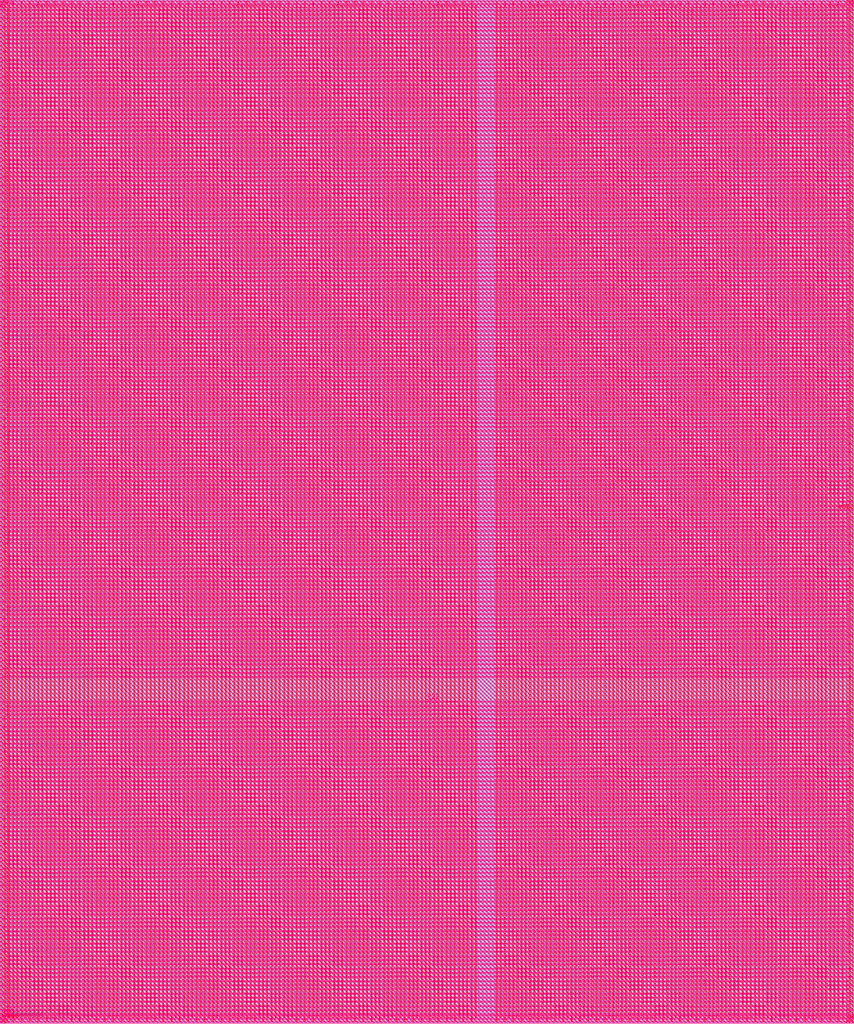
<source format=lef>
###############################################################
#  Generated by:      Cadence Innovus 21.16-s078_1
#  OS:                Linux x86_64(Host ID r7cad-generic)
#  Generated on:      Sun Jun  2 17:44:32 2024
#  Design:            Pathtracer
#  Command:           write_lef_abstract -specifyTopLayer 6 -PGPinLayers {5 6} -noCutObs -stripePin results/Pathtracer.lef
###############################################################

VERSION 5.8 ;

BUSBITCHARS "[]" ;
DIVIDERCHAR "/" ;

MACRO Pathtracer
  CLASS BLOCK ;
  SIZE 2787.140000 BY 3340.160000 ;
  FOREIGN Pathtracer 0.000000 0.000000 ;
  ORIGIN 0 0 ;
  SYMMETRY X Y R90 ;
  PIN clk
    DIRECTION INPUT ;
    USE SIGNAL ;
    ANTENNAPARTIALMETALAREA 8.9964 LAYER met3  ;
    ANTENNAPARTIALMETALSIDEAREA 47.976 LAYER met3  ;
    ANTENNAMODEL OXIDE1 ;
    ANTENNAGATEAREA 0.576 LAYER met3  ;
    ANTENNAMAXAREACAR 17.1122 LAYER met3  ;
    ANTENNAMAXSIDEAREACAR 88.5634 LAYER met3  ;
    ANTENNAMAXCUTCAR 0.158681 LAYER via3  ;
    PORT
      LAYER met3 ;
        RECT 0.000000 1558.460000 0.800000 1558.760000 ;
    END
  END clk
  PIN arst_n
    DIRECTION INPUT ;
    USE SIGNAL ;
    ANTENNAPARTIALMETALAREA 8.8104 LAYER met3  ;
    ANTENNAPARTIALMETALSIDEAREA 46.984 LAYER met3  ;
    ANTENNAMODEL OXIDE1 ;
    ANTENNAGATEAREA 0.495 LAYER met3  ;
    ANTENNAMAXAREACAR 26.7883 LAYER met3  ;
    ANTENNAMAXSIDEAREACAR 138.764 LAYER met3  ;
    ANTENNAMAXCUTCAR 0.184646 LAYER via3  ;
    PORT
      LAYER met3 ;
        RECT 0.000000 3339.660000 0.800000 3339.960000 ;
    END
  END arst_n
  PIN inputChannel_rsc_dat[11]
    DIRECTION INPUT ;
    USE SIGNAL ;
    ANTENNAPARTIALMETALAREA 14.5426 LAYER met3  ;
    ANTENNAPARTIALMETALSIDEAREA 77.552 LAYER met3  ;
    ANTENNAPARTIALCUTAREA 0.04 LAYER via3  ;
    ANTENNAPARTIALMETALAREA 13.5838 LAYER met4  ;
    ANTENNAPARTIALMETALSIDEAREA 68.792 LAYER met4  ;
    ANTENNAPARTIALCUTAREA 0.64 LAYER via4  ;
    ANTENNADIFFAREA 0.4347 LAYER met5  ;
    ANTENNAPARTIALMETALAREA 85.36 LAYER met5  ;
    ANTENNAPARTIALMETALSIDEAREA 131.88 LAYER met5  ;
    ANTENNAMODEL OXIDE1 ;
    ANTENNAGATEAREA 0.2475 LAYER met5  ;
    ANTENNAMAXAREACAR 426.249 LAYER met5  ;
    ANTENNAMAXSIDEAREACAR 940.113 LAYER met5  ;
    PORT
      LAYER met3 ;
        RECT 0.000000 445.210000 0.800000 445.510000 ;
    END
  END inputChannel_rsc_dat[11]
  PIN inputChannel_rsc_dat[10]
    DIRECTION INPUT ;
    USE SIGNAL ;
    ANTENNAPARTIALMETALAREA 25.5874 LAYER met3  ;
    ANTENNAPARTIALMETALSIDEAREA 136.928 LAYER met3  ;
    ANTENNAPARTIALCUTAREA 0.04 LAYER via3  ;
    ANTENNAPARTIALMETALAREA 0.6516 LAYER met4  ;
    ANTENNAPARTIALMETALSIDEAREA 4.416 LAYER met4  ;
    ANTENNAMODEL OXIDE1 ;
    ANTENNAGATEAREA 0.2475 LAYER met4  ;
    ANTENNAMAXAREACAR 21.1174 LAYER met4  ;
    ANTENNAMAXSIDEAREACAR 109.038 LAYER met4  ;
    ANTENNAMAXCUTCAR 0.530909 LAYER via4  ;
    PORT
      LAYER met3 ;
        RECT 0.000000 667.860000 0.800000 668.160000 ;
    END
  END inputChannel_rsc_dat[10]
  PIN inputChannel_rsc_dat[9]
    DIRECTION INPUT ;
    USE SIGNAL ;
    ANTENNAPARTIALMETALAREA 22.3684 LAYER met3  ;
    ANTENNAPARTIALMETALSIDEAREA 119.76 LAYER met3  ;
    ANTENNAPARTIALCUTAREA 0.04 LAYER via3  ;
    ANTENNAPARTIALMETALAREA 0.6516 LAYER met4  ;
    ANTENNAPARTIALMETALSIDEAREA 4.416 LAYER met4  ;
    ANTENNAMODEL OXIDE1 ;
    ANTENNAGATEAREA 0.2475 LAYER met4  ;
    ANTENNAMAXAREACAR 29.9465 LAYER met4  ;
    ANTENNAMAXSIDEAREACAR 152.501 LAYER met4  ;
    ANTENNAMAXCUTCAR 0.530909 LAYER via4  ;
    PORT
      LAYER met3 ;
        RECT 0.000000 890.510000 0.800000 890.810000 ;
    END
  END inputChannel_rsc_dat[9]
  PIN inputChannel_rsc_dat[8]
    DIRECTION INPUT ;
    USE SIGNAL ;
    ANTENNAPARTIALMETALAREA 7.5334 LAYER met3  ;
    ANTENNAPARTIALMETALSIDEAREA 40.64 LAYER met3  ;
    ANTENNAPARTIALCUTAREA 0.04 LAYER via3  ;
    ANTENNAPARTIALMETALAREA 69.7006 LAYER met4  ;
    ANTENNAPARTIALMETALSIDEAREA 368.552 LAYER met4  ;
    ANTENNAPARTIALCUTAREA 0.64 LAYER via4  ;
    ANTENNADIFFAREA 0.4347 LAYER met5  ;
    ANTENNAPARTIALMETALAREA 112.96 LAYER met5  ;
    ANTENNAPARTIALMETALSIDEAREA 173.28 LAYER met5  ;
    ANTENNAMODEL OXIDE1 ;
    ANTENNAGATEAREA 0.2475 LAYER met5  ;
    ANTENNAMAXAREACAR 515.063 LAYER met5  ;
    ANTENNAMAXSIDEAREACAR 989.592 LAYER met5  ;
    PORT
      LAYER met3 ;
        RECT 0.000000 1113.160000 0.800000 1113.460000 ;
    END
  END inputChannel_rsc_dat[8]
  PIN inputChannel_rsc_dat[7]
    DIRECTION INPUT ;
    USE SIGNAL ;
    ANTENNAPARTIALMETALAREA 21.4024 LAYER met3  ;
    ANTENNAPARTIALMETALSIDEAREA 114.608 LAYER met3  ;
    ANTENNAPARTIALCUTAREA 0.04 LAYER via3  ;
    ANTENNAPARTIALMETALAREA 1.1766 LAYER met4  ;
    ANTENNAPARTIALMETALSIDEAREA 7.216 LAYER met4  ;
    ANTENNAMODEL OXIDE1 ;
    ANTENNAGATEAREA 0.2475 LAYER met4  ;
    ANTENNAMAXAREACAR 21.7735 LAYER met4  ;
    ANTENNAMAXSIDEAREACAR 112.036 LAYER met4  ;
    ANTENNAMAXCUTCAR 0.530909 LAYER via4  ;
    PORT
      LAYER met3 ;
        RECT 0.000000 1335.810000 0.800000 1336.110000 ;
    END
  END inputChannel_rsc_dat[7]
  PIN inputChannel_rsc_dat[6]
    DIRECTION INPUT ;
    USE SIGNAL ;
    ANTENNAPARTIALMETALAREA 14.1784 LAYER met3  ;
    ANTENNAPARTIALMETALSIDEAREA 76.08 LAYER met3  ;
    ANTENNAPARTIALCUTAREA 0.04 LAYER via3  ;
    ANTENNAPARTIALMETALAREA 0.6516 LAYER met4  ;
    ANTENNAPARTIALMETALSIDEAREA 4.416 LAYER met4  ;
    ANTENNAMODEL OXIDE1 ;
    ANTENNAGATEAREA 0.2475 LAYER met4  ;
    ANTENNAMAXAREACAR 50.3853 LAYER met4  ;
    ANTENNAMAXSIDEAREACAR 264.857 LAYER met4  ;
    ANTENNAMAXCUTCAR 0.530909 LAYER via4  ;
    PORT
      LAYER met3 ;
        RECT 0.000000 1781.110000 0.800000 1781.410000 ;
    END
  END inputChannel_rsc_dat[6]
  PIN inputChannel_rsc_dat[5]
    DIRECTION INPUT ;
    USE SIGNAL ;
    ANTENNAPARTIALMETALAREA 0.6954 LAYER met3  ;
    ANTENNAPARTIALMETALSIDEAREA 4.152 LAYER met3  ;
    ANTENNAPARTIALCUTAREA 0.04 LAYER via3  ;
    ANTENNAPARTIALMETALAREA 6.1578 LAYER met4  ;
    ANTENNAPARTIALMETALSIDEAREA 33.312 LAYER met4  ;
    ANTENNAMODEL OXIDE1 ;
    ANTENNAGATEAREA 0.1965 LAYER met4  ;
    ANTENNAMAXAREACAR 55.7527 LAYER met4  ;
    ANTENNAMAXSIDEAREACAR 290.656 LAYER met4  ;
    ANTENNAMAXCUTCAR 0.668702 LAYER via4  ;
    PORT
      LAYER met3 ;
        RECT 0.000000 2003.760000 0.800000 2004.060000 ;
    END
  END inputChannel_rsc_dat[5]
  PIN inputChannel_rsc_dat[4]
    DIRECTION INPUT ;
    USE SIGNAL ;
    ANTENNAPARTIALMETALAREA 6.3744 LAYER met3  ;
    ANTENNAPARTIALMETALSIDEAREA 33.992 LAYER met3  ;
    ANTENNAMODEL OXIDE1 ;
    ANTENNAGATEAREA 1.33 LAYER met3  ;
    ANTENNAMAXAREACAR 10.6479 LAYER met3  ;
    ANTENNAMAXSIDEAREACAR 54.0436 LAYER met3  ;
    ANTENNAMAXCUTCAR 0.0687218 LAYER via3  ;
    PORT
      LAYER met3 ;
        RECT 0.000000 2226.410000 0.800000 2226.710000 ;
    END
  END inputChannel_rsc_dat[4]
  PIN inputChannel_rsc_dat[3]
    DIRECTION INPUT ;
    USE SIGNAL ;
    ANTENNAPARTIALMETALAREA 8.3064 LAYER met3  ;
    ANTENNAPARTIALMETALSIDEAREA 44.296 LAYER met3  ;
    ANTENNAMODEL OXIDE1 ;
    ANTENNAGATEAREA 1.33 LAYER met3  ;
    ANTENNAMAXAREACAR 12.5679 LAYER met3  ;
    ANTENNAMAXSIDEAREACAR 64.1278 LAYER met3  ;
    ANTENNAMAXCUTCAR 0.0687218 LAYER via3  ;
    PORT
      LAYER met3 ;
        RECT 0.000000 2449.060000 0.800000 2449.360000 ;
    END
  END inputChannel_rsc_dat[3]
  PIN inputChannel_rsc_dat[2]
    DIRECTION INPUT ;
    USE SIGNAL ;
    ANTENNAPARTIALMETALAREA 0.467025 LAYER met3  ;
    ANTENNAPARTIALMETALSIDEAREA 2.464 LAYER met3  ;
    ANTENNAMODEL OXIDE1 ;
    ANTENNAGATEAREA 0.2475 LAYER met3  ;
    ANTENNAMAXAREACAR 98.466 LAYER met3  ;
    ANTENNAMAXSIDEAREACAR 490.628 LAYER met3  ;
    ANTENNAMAXCUTCAR 0.369293 LAYER via3  ;
    PORT
      LAYER met3 ;
        RECT 0.000000 2671.710000 0.800000 2672.010000 ;
    END
  END inputChannel_rsc_dat[2]
  PIN inputChannel_rsc_dat[1]
    DIRECTION INPUT ;
    USE SIGNAL ;
    ANTENNAPARTIALMETALAREA 0.4404 LAYER met3  ;
    ANTENNAPARTIALMETALSIDEAREA 2.344 LAYER met3  ;
    ANTENNAMODEL OXIDE1 ;
    ANTENNAGATEAREA 1.98 LAYER met3  ;
    ANTENNAMAXAREACAR 2.77518 LAYER met3  ;
    ANTENNAMAXSIDEAREACAR 12.3333 LAYER met3  ;
    ANTENNAMAXCUTCAR 0.0461616 LAYER via3  ;
    PORT
      LAYER met3 ;
        RECT 0.000000 2894.360000 0.800000 2894.660000 ;
    END
  END inputChannel_rsc_dat[1]
  PIN inputChannel_rsc_dat[0]
    DIRECTION INPUT ;
    USE SIGNAL ;
    ANTENNAPARTIALMETALAREA 0.1644 LAYER met3  ;
    ANTENNAPARTIALMETALSIDEAREA 0.872 LAYER met3  ;
    ANTENNAMODEL OXIDE1 ;
    ANTENNAGATEAREA 0.99 LAYER met3  ;
    ANTENNAMAXAREACAR 4.78626 LAYER met3  ;
    ANTENNAMAXSIDEAREACAR 22.098 LAYER met3  ;
    ANTENNAMAXCUTCAR 0.0923232 LAYER via3  ;
    PORT
      LAYER met3 ;
        RECT 0.000000 3117.010000 0.800000 3117.310000 ;
    END
  END inputChannel_rsc_dat[0]
  PIN inputChannel_rsc_vld
    DIRECTION INPUT ;
    USE SIGNAL ;
    ANTENNAPARTIALMETALAREA 4.1664 LAYER met3  ;
    ANTENNAPARTIALMETALSIDEAREA 22.216 LAYER met3  ;
    ANTENNAMODEL OXIDE1 ;
    ANTENNAGATEAREA 0.495 LAYER met3  ;
    ANTENNAMAXAREACAR 13.9792 LAYER met3  ;
    ANTENNAMAXSIDEAREACAR 70.4586 LAYER met3  ;
    ANTENNAMAXCUTCAR 0.184646 LAYER via3  ;
    PORT
      LAYER met3 ;
        RECT 0.000000 222.560000 0.800000 222.860000 ;
    END
  END inputChannel_rsc_vld
  PIN inputChannel_rsc_rdy
    DIRECTION OUTPUT ;
    USE SIGNAL ;
    ANTENNAPARTIALMETALAREA 104.747 LAYER met3  ;
    ANTENNAPARTIALMETALSIDEAREA 558.64 LAYER met3  ;
    ANTENNAPARTIALCUTAREA 0.04 LAYER via3  ;
    ANTENNAPARTIALMETALAREA 125.015 LAYER met4  ;
    ANTENNAPARTIALMETALSIDEAREA 664.504 LAYER met4  ;
    ANTENNAPARTIALCUTAREA 0.64 LAYER via4  ;
    ANTENNADIFFAREA 0.4455 LAYER met5  ;
    ANTENNAPARTIALMETALAREA 7.44 LAYER met5  ;
    ANTENNAPARTIALMETALSIDEAREA 15 LAYER met5  ;
    ANTENNAMODEL OXIDE1 ;
    ANTENNAGATEAREA 0.126 LAYER met5  ;
    ANTENNAMAXAREACAR 363.937 LAYER met5  ;
    ANTENNAMAXSIDEAREACAR 1706.82 LAYER met5  ;
    PORT
      LAYER met3 ;
        RECT 0.000000 0.520000 0.800000 0.820000 ;
    END
  END inputChannel_rsc_rdy
  PIN output_pxl_serial_rsc_dat[23]
    DIRECTION OUTPUT ;
    USE SIGNAL ;
    ANTENNADIFFAREA 0.4455 LAYER met3  ;
    ANTENNAPARTIALMETALAREA 0.2844 LAYER met3  ;
    ANTENNAPARTIALMETALSIDEAREA 1.992 LAYER met3  ;
    PORT
      LAYER met3 ;
        RECT 2786.340000 267.700000 2787.140000 268.000000 ;
    END
  END output_pxl_serial_rsc_dat[23]
  PIN output_pxl_serial_rsc_dat[22]
    DIRECTION OUTPUT ;
    USE SIGNAL ;
    ANTENNADIFFAREA 0.4455 LAYER met3  ;
    ANTENNAPARTIALMETALAREA 0.4224 LAYER met3  ;
    ANTENNAPARTIALMETALSIDEAREA 2.728 LAYER met3  ;
    PORT
      LAYER met3 ;
        RECT 2786.340000 401.290000 2787.140000 401.590000 ;
    END
  END output_pxl_serial_rsc_dat[22]
  PIN output_pxl_serial_rsc_dat[21]
    DIRECTION OUTPUT ;
    USE SIGNAL ;
    ANTENNAPARTIALMETALAREA 4.3786 LAYER met3  ;
    ANTENNAPARTIALMETALSIDEAREA 23.344 LAYER met3  ;
    ANTENNAPARTIALCUTAREA 0.04 LAYER via3  ;
    ANTENNADIFFAREA 0.4455 LAYER met4  ;
    ANTENNAPARTIALMETALAREA 18.0528 LAYER met4  ;
    ANTENNAPARTIALMETALSIDEAREA 96.752 LAYER met4  ;
    PORT
      LAYER met3 ;
        RECT 2786.340000 534.880000 2787.140000 535.180000 ;
    END
  END output_pxl_serial_rsc_dat[21]
  PIN output_pxl_serial_rsc_dat[20]
    DIRECTION OUTPUT ;
    USE SIGNAL ;
    ANTENNAPARTIALMETALAREA 0.2386 LAYER met3  ;
    ANTENNAPARTIALMETALSIDEAREA 1.264 LAYER met3  ;
    ANTENNAPARTIALCUTAREA 0.04 LAYER via3  ;
    ANTENNADIFFAREA 0.4455 LAYER met4  ;
    ANTENNAPARTIALMETALAREA 57.9468 LAYER met4  ;
    ANTENNAPARTIALMETALSIDEAREA 309.52 LAYER met4  ;
    PORT
      LAYER met3 ;
        RECT 2786.340000 668.470000 2787.140000 668.770000 ;
    END
  END output_pxl_serial_rsc_dat[20]
  PIN output_pxl_serial_rsc_dat[19]
    DIRECTION OUTPUT ;
    USE SIGNAL ;
    ANTENNADIFFAREA 0.4455 LAYER met3  ;
    ANTENNAPARTIALMETALAREA 2.3544 LAYER met3  ;
    ANTENNAPARTIALMETALSIDEAREA 13.032 LAYER met3  ;
    PORT
      LAYER met3 ;
        RECT 2786.340000 802.060000 2787.140000 802.360000 ;
    END
  END output_pxl_serial_rsc_dat[19]
  PIN output_pxl_serial_rsc_dat[18]
    DIRECTION OUTPUT ;
    USE SIGNAL ;
    ANTENNADIFFAREA 0.4455 LAYER met3  ;
    ANTENNAPARTIALMETALAREA 13.7892 LAYER met3  ;
    ANTENNAPARTIALMETALSIDEAREA 74.488 LAYER met3  ;
    PORT
      LAYER met3 ;
        RECT 2786.340000 935.650000 2787.140000 935.950000 ;
    END
  END output_pxl_serial_rsc_dat[18]
  PIN output_pxl_serial_rsc_dat[17]
    DIRECTION OUTPUT ;
    USE SIGNAL ;
    ANTENNADIFFAREA 0.4455 LAYER met3  ;
    ANTENNAPARTIALMETALAREA 1.6644 LAYER met3  ;
    ANTENNAPARTIALMETALSIDEAREA 9.352 LAYER met3  ;
    PORT
      LAYER met3 ;
        RECT 2786.340000 1069.240000 2787.140000 1069.540000 ;
    END
  END output_pxl_serial_rsc_dat[17]
  PIN output_pxl_serial_rsc_dat[16]
    DIRECTION OUTPUT ;
    USE SIGNAL ;
    ANTENNADIFFAREA 0.4455 LAYER met3  ;
    ANTENNAPARTIALMETALAREA 13.0992 LAYER met3  ;
    ANTENNAPARTIALMETALSIDEAREA 70.808 LAYER met3  ;
    PORT
      LAYER met3 ;
        RECT 2786.340000 1202.830000 2787.140000 1203.130000 ;
    END
  END output_pxl_serial_rsc_dat[16]
  PIN output_pxl_serial_rsc_dat[15]
    DIRECTION OUTPUT ;
    USE SIGNAL ;
    ANTENNADIFFAREA 0.4455 LAYER met3  ;
    ANTENNAPARTIALMETALAREA 1.5264 LAYER met3  ;
    ANTENNAPARTIALMETALSIDEAREA 8.616 LAYER met3  ;
    PORT
      LAYER met3 ;
        RECT 2786.340000 1336.420000 2787.140000 1336.720000 ;
    END
  END output_pxl_serial_rsc_dat[15]
  PIN output_pxl_serial_rsc_dat[14]
    DIRECTION OUTPUT ;
    USE SIGNAL ;
    ANTENNADIFFAREA 0.4455 LAYER met3  ;
    ANTENNAPARTIALMETALAREA 0.5604 LAYER met3  ;
    ANTENNAPARTIALMETALSIDEAREA 3.464 LAYER met3  ;
    PORT
      LAYER met3 ;
        RECT 2786.340000 1470.010000 2787.140000 1470.310000 ;
    END
  END output_pxl_serial_rsc_dat[14]
  PIN output_pxl_serial_rsc_dat[13]
    DIRECTION OUTPUT ;
    USE SIGNAL ;
    ANTENNADIFFAREA 0.4455 LAYER met3  ;
    ANTENNAPARTIALMETALAREA 0.5604 LAYER met3  ;
    ANTENNAPARTIALMETALSIDEAREA 3.464 LAYER met3  ;
    PORT
      LAYER met3 ;
        RECT 2786.340000 1603.600000 2787.140000 1603.900000 ;
    END
  END output_pxl_serial_rsc_dat[13]
  PIN output_pxl_serial_rsc_dat[12]
    DIRECTION OUTPUT ;
    USE SIGNAL ;
    ANTENNADIFFAREA 0.43675 LAYER met3  ;
    ANTENNAPARTIALMETALAREA 0.3024 LAYER met3  ;
    ANTENNAPARTIALMETALSIDEAREA 1.608 LAYER met3  ;
    PORT
      LAYER met3 ;
        RECT 2786.340000 1737.190000 2787.140000 1737.490000 ;
    END
  END output_pxl_serial_rsc_dat[12]
  PIN output_pxl_serial_rsc_dat[11]
    DIRECTION OUTPUT ;
    USE SIGNAL ;
    ANTENNADIFFAREA 0.43675 LAYER met3  ;
    ANTENNAPARTIALMETALAREA 0.6492 LAYER met3  ;
    ANTENNAPARTIALMETALSIDEAREA 3.928 LAYER met3  ;
    PORT
      LAYER met3 ;
        RECT 2786.340000 1870.780000 2787.140000 1871.080000 ;
    END
  END output_pxl_serial_rsc_dat[11]
  PIN output_pxl_serial_rsc_dat[10]
    DIRECTION OUTPUT ;
    USE SIGNAL ;
    ANTENNADIFFAREA 0.43675 LAYER met3  ;
    ANTENNAPARTIALMETALAREA 5.9604 LAYER met3  ;
    ANTENNAPARTIALMETALSIDEAREA 31.784 LAYER met3  ;
    PORT
      LAYER met3 ;
        RECT 2786.340000 2004.370000 2787.140000 2004.670000 ;
    END
  END output_pxl_serial_rsc_dat[10]
  PIN output_pxl_serial_rsc_dat[9]
    DIRECTION OUTPUT ;
    USE SIGNAL ;
    ANTENNADIFFAREA 0.43675 LAYER met3  ;
    ANTENNAPARTIALMETALAREA 0.7164 LAYER met3  ;
    ANTENNAPARTIALMETALSIDEAREA 3.816 LAYER met3  ;
    PORT
      LAYER met3 ;
        RECT 2786.340000 2137.960000 2787.140000 2138.260000 ;
    END
  END output_pxl_serial_rsc_dat[9]
  PIN output_pxl_serial_rsc_dat[8]
    DIRECTION OUTPUT ;
    USE SIGNAL ;
    ANTENNADIFFAREA 0.714 LAYER met3  ;
    ANTENNAPARTIALMETALAREA 0.7164 LAYER met3  ;
    ANTENNAPARTIALMETALSIDEAREA 3.816 LAYER met3  ;
    PORT
      LAYER met3 ;
        RECT 2786.340000 2271.550000 2787.140000 2271.850000 ;
    END
  END output_pxl_serial_rsc_dat[8]
  PIN output_pxl_serial_rsc_dat[7]
    DIRECTION OUTPUT ;
    USE SIGNAL ;
    ANTENNADIFFAREA 0.714 LAYER met3  ;
    ANTENNAPARTIALMETALAREA 0.4404 LAYER met3  ;
    ANTENNAPARTIALMETALSIDEAREA 2.344 LAYER met3  ;
    PORT
      LAYER met3 ;
        RECT 2786.340000 2405.140000 2787.140000 2405.440000 ;
    END
  END output_pxl_serial_rsc_dat[7]
  PIN output_pxl_serial_rsc_dat[6]
    DIRECTION OUTPUT ;
    USE SIGNAL ;
    ANTENNADIFFAREA 0.714 LAYER met3  ;
    ANTENNAPARTIALMETALAREA 0.8544 LAYER met3  ;
    ANTENNAPARTIALMETALSIDEAREA 4.552 LAYER met3  ;
    PORT
      LAYER met3 ;
        RECT 2786.340000 2538.730000 2787.140000 2539.030000 ;
    END
  END output_pxl_serial_rsc_dat[6]
  PIN output_pxl_serial_rsc_dat[5]
    DIRECTION OUTPUT ;
    USE SIGNAL ;
    ANTENNADIFFAREA 0.714 LAYER met3  ;
    ANTENNAPARTIALMETALAREA 0.1644 LAYER met3  ;
    ANTENNAPARTIALMETALSIDEAREA 0.872 LAYER met3  ;
    PORT
      LAYER met3 ;
        RECT 2786.340000 2672.320000 2787.140000 2672.620000 ;
    END
  END output_pxl_serial_rsc_dat[5]
  PIN output_pxl_serial_rsc_dat[4]
    DIRECTION OUTPUT ;
    USE SIGNAL ;
    ANTENNADIFFAREA 0.43675 LAYER met3  ;
    ANTENNAPARTIALMETALAREA 0.8544 LAYER met3  ;
    ANTENNAPARTIALMETALSIDEAREA 4.552 LAYER met3  ;
    PORT
      LAYER met3 ;
        RECT 2786.340000 2805.910000 2787.140000 2806.210000 ;
    END
  END output_pxl_serial_rsc_dat[4]
  PIN output_pxl_serial_rsc_dat[3]
    DIRECTION OUTPUT ;
    USE SIGNAL ;
    ANTENNADIFFAREA 0.714 LAYER met3  ;
    ANTENNAPARTIALMETALAREA 0.1644 LAYER met3  ;
    ANTENNAPARTIALMETALSIDEAREA 0.872 LAYER met3  ;
    PORT
      LAYER met3 ;
        RECT 2786.340000 2939.500000 2787.140000 2939.800000 ;
    END
  END output_pxl_serial_rsc_dat[3]
  PIN output_pxl_serial_rsc_dat[2]
    DIRECTION OUTPUT ;
    USE SIGNAL ;
    ANTENNADIFFAREA 0.714 LAYER met3  ;
    ANTENNAPARTIALMETALAREA 0.9924 LAYER met3  ;
    ANTENNAPARTIALMETALSIDEAREA 5.288 LAYER met3  ;
    PORT
      LAYER met3 ;
        RECT 2786.340000 3073.090000 2787.140000 3073.390000 ;
    END
  END output_pxl_serial_rsc_dat[2]
  PIN output_pxl_serial_rsc_dat[1]
    DIRECTION OUTPUT ;
    USE SIGNAL ;
    ANTENNADIFFAREA 0.714 LAYER met3  ;
    ANTENNAPARTIALMETALAREA 1.9584 LAYER met3  ;
    ANTENNAPARTIALMETALSIDEAREA 10.44 LAYER met3  ;
    PORT
      LAYER met3 ;
        RECT 2786.340000 3206.680000 2787.140000 3206.980000 ;
    END
  END output_pxl_serial_rsc_dat[1]
  PIN output_pxl_serial_rsc_dat[0]
    DIRECTION OUTPUT ;
    USE SIGNAL ;
    ANTENNADIFFAREA 0.43675 LAYER met3  ;
    ANTENNAPARTIALMETALAREA 0.8064 LAYER met3  ;
    ANTENNAPARTIALMETALSIDEAREA 4.296 LAYER met3  ;
    PORT
      LAYER met3 ;
        RECT 2786.340000 3339.660000 2787.140000 3339.960000 ;
    END
  END output_pxl_serial_rsc_dat[0]
  PIN output_pxl_serial_rsc_vld
    DIRECTION OUTPUT ;
    USE SIGNAL ;
    ANTENNADIFFAREA 0.4355 LAYER met3  ;
    ANTENNAPARTIALMETALAREA 7.7364 LAYER met3  ;
    ANTENNAPARTIALMETALSIDEAREA 41.736 LAYER met3  ;
    ANTENNAMODEL OXIDE1 ;
    ANTENNAGATEAREA 0.126 LAYER met3  ;
    ANTENNAMAXAREACAR 226.856 LAYER met3  ;
    ANTENNAMAXSIDEAREACAR 1145.98 LAYER met3  ;
    ANTENNAMAXCUTCAR 0.903968 LAYER via3  ;
    PORT
      LAYER met3 ;
        RECT 2786.340000 134.110000 2787.140000 134.410000 ;
    END
  END output_pxl_serial_rsc_vld
  PIN output_pxl_serial_rsc_rdy
    DIRECTION INPUT ;
    USE SIGNAL ;
    ANTENNAPARTIALMETALAREA 1.662 LAYER met3  ;
    ANTENNAPARTIALMETALSIDEAREA 10.28 LAYER met3  ;
    ANTENNAMODEL OXIDE1 ;
    ANTENNAGATEAREA 0.126 LAYER met3  ;
    ANTENNAMAXAREACAR 66.9472 LAYER met3  ;
    ANTENNAMAXSIDEAREACAR 342.766 LAYER met3  ;
    ANTENNAMAXCUTCAR 0.725397 LAYER via3  ;
    PORT
      LAYER met3 ;
        RECT 2786.340000 0.520000 2787.140000 0.820000 ;
    END
  END output_pxl_serial_rsc_rdy
  PIN VSS
    DIRECTION INOUT ;
    USE GROUND ;
    PORT
      LAYER met4 ;
        RECT 2774.480000 3332.000000 2782.640000 3340.160000 ;
    END
    PORT
      LAYER met4 ;
        RECT 2774.480000 0.000000 2782.640000 8.160000 ;
    END
    PORT
      LAYER met4 ;
        RECT 4.500000 3332.000000 12.660000 3340.160000 ;
    END
    PORT
      LAYER met4 ;
        RECT 4.500000 0.000000 12.660000 8.160000 ;
    END
    PORT
      LAYER met5 ;
        RECT 2778.980000 3327.920000 2787.140000 3336.080000 ;
    END
    PORT
      LAYER met5 ;
        RECT 0.000000 3327.920000 8.160000 3336.080000 ;
    END
    PORT
      LAYER met5 ;
        RECT 2778.980000 4.080000 2787.140000 12.240000 ;
    END
    PORT
      LAYER met5 ;
        RECT 0.000000 4.080000 8.160000 12.240000 ;
    END

# P/G power stripe data as pin
    PORT
      LAYER met4 ;
        RECT 40.800000 4.080000 44.160000 3336.080000 ;
        RECT 2774.480000 0.000000 2782.640000 3340.160000 ;
        RECT 4.500000 0.000000 12.660000 3340.160000 ;
        RECT 1618.400000 4.080000 1621.760000 3336.080000 ;
        RECT 68.000000 4.080000 71.360000 3336.080000 ;
        RECT 95.200000 4.080000 98.560000 3336.080000 ;
        RECT 122.400000 4.080000 125.760000 3336.080000 ;
        RECT 149.600000 4.080000 152.960000 3336.080000 ;
        RECT 176.800000 4.080000 180.160000 3336.080000 ;
        RECT 204.000000 4.080000 207.360000 3336.080000 ;
        RECT 231.200000 4.080000 234.560000 3336.080000 ;
        RECT 258.400000 4.080000 261.760000 3336.080000 ;
        RECT 285.600000 4.080000 288.960000 3336.080000 ;
        RECT 312.800000 4.080000 316.160000 3336.080000 ;
        RECT 340.000000 4.080000 343.360000 3336.080000 ;
        RECT 367.200000 4.080000 370.560000 3336.080000 ;
        RECT 394.400000 4.080000 397.760000 3336.080000 ;
        RECT 421.600000 4.080000 424.960000 3336.080000 ;
        RECT 448.800000 4.080000 452.160000 3336.080000 ;
        RECT 476.000000 4.080000 479.360000 3336.080000 ;
        RECT 503.200000 4.080000 506.560000 3336.080000 ;
        RECT 530.400000 4.080000 533.760000 3336.080000 ;
        RECT 557.600000 4.080000 560.960000 3336.080000 ;
        RECT 584.800000 4.080000 588.160000 3336.080000 ;
        RECT 612.000000 4.080000 615.360000 3336.080000 ;
        RECT 639.200000 4.080000 642.560000 3336.080000 ;
        RECT 666.400000 4.080000 669.760000 3336.080000 ;
        RECT 693.600000 4.080000 696.960000 3336.080000 ;
        RECT 720.800000 4.080000 724.160000 3336.080000 ;
        RECT 748.000000 4.080000 751.360000 3336.080000 ;
        RECT 775.200000 4.080000 778.560000 3336.080000 ;
        RECT 802.400000 4.080000 805.760000 3336.080000 ;
        RECT 829.600000 4.080000 832.960000 3336.080000 ;
        RECT 856.800000 4.080000 860.160000 3336.080000 ;
        RECT 884.000000 4.080000 887.360000 3336.080000 ;
        RECT 911.200000 4.080000 914.560000 3336.080000 ;
        RECT 938.400000 4.080000 941.760000 3336.080000 ;
        RECT 965.600000 4.080000 968.960000 3336.080000 ;
        RECT 992.800000 4.080000 996.160000 3336.080000 ;
        RECT 1020.000000 4.080000 1023.360000 3336.080000 ;
        RECT 1047.200000 4.080000 1050.560000 3336.080000 ;
        RECT 1074.400000 4.080000 1077.760000 3336.080000 ;
        RECT 1101.600000 4.080000 1104.960000 3336.080000 ;
        RECT 1128.800000 4.080000 1132.160000 3336.080000 ;
        RECT 1156.000000 4.080000 1159.360000 3336.080000 ;
        RECT 1183.200000 4.080000 1186.560000 3336.080000 ;
        RECT 1210.400000 4.080000 1213.760000 3336.080000 ;
        RECT 1237.600000 4.080000 1240.960000 3336.080000 ;
        RECT 1264.800000 4.080000 1268.160000 3336.080000 ;
        RECT 1292.000000 4.080000 1295.360000 3336.080000 ;
        RECT 1319.200000 4.080000 1322.560000 3336.080000 ;
        RECT 1346.400000 4.080000 1349.760000 3336.080000 ;
        RECT 1373.600000 4.080000 1376.960000 3336.080000 ;
        RECT 1400.800000 4.080000 1404.160000 3336.080000 ;
        RECT 1428.000000 4.080000 1431.360000 3336.080000 ;
        RECT 1455.200000 4.080000 1458.560000 3336.080000 ;
        RECT 1482.400000 4.080000 1485.760000 3336.080000 ;
        RECT 1509.600000 4.080000 1512.960000 3336.080000 ;
        RECT 1536.800000 4.080000 1540.160000 3336.080000 ;
        RECT 1645.600000 4.080000 1648.960000 3336.080000 ;
        RECT 1672.800000 4.080000 1676.160000 3336.080000 ;
        RECT 1700.000000 4.080000 1703.360000 3336.080000 ;
        RECT 1727.200000 4.080000 1730.560000 3336.080000 ;
        RECT 1754.400000 4.080000 1757.760000 3336.080000 ;
        RECT 1781.600000 4.080000 1784.960000 3336.080000 ;
        RECT 1808.800000 4.080000 1812.160000 3336.080000 ;
        RECT 1836.000000 4.080000 1839.360000 3336.080000 ;
        RECT 1863.200000 4.080000 1866.560000 3336.080000 ;
        RECT 1890.400000 4.080000 1893.760000 3336.080000 ;
        RECT 1917.600000 4.080000 1920.960000 3336.080000 ;
        RECT 1944.800000 4.080000 1948.160000 3336.080000 ;
        RECT 1972.000000 4.080000 1975.360000 3336.080000 ;
        RECT 1999.200000 4.080000 2002.560000 3336.080000 ;
        RECT 2026.400000 4.080000 2029.760000 3336.080000 ;
        RECT 2053.600000 4.080000 2056.960000 3336.080000 ;
        RECT 2080.800000 4.080000 2084.160000 3336.080000 ;
        RECT 2108.000000 4.080000 2111.360000 3336.080000 ;
        RECT 2135.200000 4.080000 2138.560000 3336.080000 ;
        RECT 2162.400000 4.080000 2165.760000 3336.080000 ;
        RECT 2189.600000 4.080000 2192.960000 3336.080000 ;
        RECT 2216.800000 4.080000 2220.160000 3336.080000 ;
        RECT 2244.000000 4.080000 2247.360000 3336.080000 ;
        RECT 2271.200000 4.080000 2274.560000 3336.080000 ;
        RECT 2298.400000 4.080000 2301.760000 3336.080000 ;
        RECT 2325.600000 4.080000 2328.960000 3336.080000 ;
        RECT 2352.800000 4.080000 2356.160000 3336.080000 ;
        RECT 2380.000000 4.080000 2383.360000 3336.080000 ;
        RECT 2407.200000 4.080000 2410.560000 3336.080000 ;
        RECT 2434.400000 4.080000 2437.760000 3336.080000 ;
        RECT 2461.600000 4.080000 2464.960000 3336.080000 ;
        RECT 2488.800000 4.080000 2492.160000 3336.080000 ;
        RECT 2516.000000 4.080000 2519.360000 3336.080000 ;
        RECT 2543.200000 4.080000 2546.560000 3336.080000 ;
        RECT 2570.400000 4.080000 2573.760000 3336.080000 ;
        RECT 2597.600000 4.080000 2600.960000 3336.080000 ;
        RECT 2624.800000 4.080000 2628.160000 3336.080000 ;
        RECT 2652.000000 4.080000 2655.360000 3336.080000 ;
        RECT 2679.200000 4.080000 2682.560000 3336.080000 ;
        RECT 2706.400000 4.080000 2709.760000 3336.080000 ;
        RECT 2733.600000 4.080000 2736.960000 3336.080000 ;
      LAYER met5 ;
        RECT 0.000000 4.080000 2787.140000 12.240000 ;
        RECT 4.500000 40.800000 2782.640000 44.160000 ;
        RECT 0.000000 3327.920000 2787.140000 3336.080000 ;
        RECT 4.500000 1128.800000 2782.640000 1132.160000 ;
        RECT 4.500000 1156.000000 2782.640000 1159.360000 ;
        RECT 4.500000 1183.200000 2782.640000 1186.560000 ;
        RECT 4.500000 1210.400000 2782.640000 1213.760000 ;
        RECT 4.500000 1237.600000 2782.640000 1240.960000 ;
        RECT 4.500000 1264.800000 2782.640000 1268.160000 ;
        RECT 4.500000 1292.000000 2782.640000 1295.360000 ;
        RECT 4.500000 1319.200000 2782.640000 1322.560000 ;
        RECT 4.500000 1346.400000 2782.640000 1349.760000 ;
        RECT 4.500000 1373.600000 2782.640000 1376.960000 ;
        RECT 4.500000 1400.800000 2782.640000 1404.160000 ;
        RECT 4.500000 1428.000000 2782.640000 1431.360000 ;
        RECT 4.500000 1455.200000 2782.640000 1458.560000 ;
        RECT 4.500000 1482.400000 2782.640000 1485.760000 ;
        RECT 4.500000 1509.600000 2782.640000 1512.960000 ;
        RECT 4.500000 1536.800000 2782.640000 1540.160000 ;
        RECT 4.500000 1564.000000 2782.640000 1567.360000 ;
        RECT 4.500000 1591.200000 2782.640000 1594.560000 ;
        RECT 4.500000 1618.400000 2782.640000 1621.760000 ;
        RECT 4.500000 1645.600000 2782.640000 1648.960000 ;
        RECT 4.500000 1672.800000 2782.640000 1676.160000 ;
        RECT 4.500000 1700.000000 2782.640000 1703.360000 ;
        RECT 4.500000 1727.200000 2782.640000 1730.560000 ;
        RECT 4.500000 1754.400000 2782.640000 1757.760000 ;
        RECT 4.500000 1781.600000 2782.640000 1784.960000 ;
        RECT 4.500000 1808.800000 2782.640000 1812.160000 ;
        RECT 4.500000 1836.000000 2782.640000 1839.360000 ;
        RECT 4.500000 1863.200000 2782.640000 1866.560000 ;
        RECT 4.500000 1890.400000 2782.640000 1893.760000 ;
        RECT 4.500000 1917.600000 2782.640000 1920.960000 ;
        RECT 4.500000 1944.800000 2782.640000 1948.160000 ;
        RECT 4.500000 1972.000000 2782.640000 1975.360000 ;
        RECT 4.500000 1999.200000 2782.640000 2002.560000 ;
        RECT 4.500000 2026.400000 2782.640000 2029.760000 ;
        RECT 4.500000 2053.600000 2782.640000 2056.960000 ;
        RECT 4.500000 2080.800000 2782.640000 2084.160000 ;
        RECT 4.500000 2108.000000 2782.640000 2111.360000 ;
        RECT 4.500000 2135.200000 2782.640000 2138.560000 ;
        RECT 4.500000 2162.400000 2782.640000 2165.760000 ;
        RECT 4.500000 2189.600000 2782.640000 2192.960000 ;
        RECT 4.500000 2216.800000 2782.640000 2220.160000 ;
        RECT 4.500000 2244.000000 2782.640000 2247.360000 ;
        RECT 4.500000 2271.200000 2782.640000 2274.560000 ;
        RECT 4.500000 2298.400000 2782.640000 2301.760000 ;
        RECT 4.500000 2325.600000 2782.640000 2328.960000 ;
        RECT 4.500000 2352.800000 2782.640000 2356.160000 ;
        RECT 4.500000 2380.000000 2782.640000 2383.360000 ;
        RECT 4.500000 2407.200000 2782.640000 2410.560000 ;
        RECT 4.500000 2434.400000 2782.640000 2437.760000 ;
        RECT 4.500000 2461.600000 2782.640000 2464.960000 ;
        RECT 4.500000 2488.800000 2782.640000 2492.160000 ;
        RECT 4.500000 2516.000000 2782.640000 2519.360000 ;
        RECT 4.500000 2543.200000 2782.640000 2546.560000 ;
        RECT 4.500000 2570.400000 2782.640000 2573.760000 ;
        RECT 4.500000 2597.600000 2782.640000 2600.960000 ;
        RECT 4.500000 2624.800000 2782.640000 2628.160000 ;
        RECT 4.500000 2652.000000 2782.640000 2655.360000 ;
        RECT 4.500000 2679.200000 2782.640000 2682.560000 ;
        RECT 4.500000 2706.400000 2782.640000 2709.760000 ;
        RECT 4.500000 2733.600000 2782.640000 2736.960000 ;
        RECT 4.500000 2760.800000 2782.640000 2764.160000 ;
        RECT 4.500000 2788.000000 2782.640000 2791.360000 ;
        RECT 4.500000 2815.200000 2782.640000 2818.560000 ;
        RECT 4.500000 2842.400000 2782.640000 2845.760000 ;
        RECT 4.500000 2869.600000 2782.640000 2872.960000 ;
        RECT 4.500000 2896.800000 2782.640000 2900.160000 ;
        RECT 4.500000 2924.000000 2782.640000 2927.360000 ;
        RECT 4.500000 2951.200000 2782.640000 2954.560000 ;
        RECT 4.500000 2978.400000 2782.640000 2981.760000 ;
        RECT 4.500000 3005.600000 2782.640000 3008.960000 ;
        RECT 4.500000 3032.800000 2782.640000 3036.160000 ;
        RECT 4.500000 3060.000000 2782.640000 3063.360000 ;
        RECT 4.500000 3087.200000 2782.640000 3090.560000 ;
        RECT 4.500000 3114.400000 2782.640000 3117.760000 ;
        RECT 4.500000 3141.600000 2782.640000 3144.960000 ;
        RECT 4.500000 3168.800000 2782.640000 3172.160000 ;
        RECT 4.500000 3196.000000 2782.640000 3199.360000 ;
        RECT 4.500000 3223.200000 2782.640000 3226.560000 ;
        RECT 4.500000 3250.400000 2782.640000 3253.760000 ;
        RECT 4.500000 3277.600000 2782.640000 3280.960000 ;
        RECT 4.500000 3304.800000 2782.640000 3308.160000 ;
        RECT 4.500000 68.000000 2782.640000 71.360000 ;
        RECT 4.500000 95.200000 2782.640000 98.560000 ;
        RECT 4.500000 122.400000 2782.640000 125.760000 ;
        RECT 4.500000 149.600000 2782.640000 152.960000 ;
        RECT 4.500000 176.800000 2782.640000 180.160000 ;
        RECT 4.500000 204.000000 2782.640000 207.360000 ;
        RECT 4.500000 231.200000 2782.640000 234.560000 ;
        RECT 4.500000 258.400000 2782.640000 261.760000 ;
        RECT 4.500000 285.600000 2782.640000 288.960000 ;
        RECT 4.500000 312.800000 2782.640000 316.160000 ;
        RECT 4.500000 340.000000 2782.640000 343.360000 ;
        RECT 4.500000 367.200000 2782.640000 370.560000 ;
        RECT 4.500000 394.400000 2782.640000 397.760000 ;
        RECT 4.500000 421.600000 2782.640000 424.960000 ;
        RECT 4.500000 448.800000 2782.640000 452.160000 ;
        RECT 4.500000 476.000000 2782.640000 479.360000 ;
        RECT 4.500000 503.200000 2782.640000 506.560000 ;
        RECT 4.500000 530.400000 2782.640000 533.760000 ;
        RECT 4.500000 557.600000 2782.640000 560.960000 ;
        RECT 4.500000 584.800000 2782.640000 588.160000 ;
        RECT 4.500000 612.000000 2782.640000 615.360000 ;
        RECT 4.500000 639.200000 2782.640000 642.560000 ;
        RECT 4.500000 666.400000 2782.640000 669.760000 ;
        RECT 4.500000 693.600000 2782.640000 696.960000 ;
        RECT 4.500000 720.800000 2782.640000 724.160000 ;
        RECT 4.500000 748.000000 2782.640000 751.360000 ;
        RECT 4.500000 775.200000 2782.640000 778.560000 ;
        RECT 4.500000 802.400000 2782.640000 805.760000 ;
        RECT 4.500000 829.600000 2782.640000 832.960000 ;
        RECT 4.500000 856.800000 2782.640000 860.160000 ;
        RECT 4.500000 884.000000 2782.640000 887.360000 ;
        RECT 4.500000 911.200000 2782.640000 914.560000 ;
        RECT 4.500000 938.400000 2782.640000 941.760000 ;
        RECT 4.500000 965.600000 2782.640000 968.960000 ;
        RECT 4.500000 992.800000 2782.640000 996.160000 ;
        RECT 4.500000 1020.000000 2782.640000 1023.360000 ;
        RECT 4.500000 1047.200000 2782.640000 1050.560000 ;
    END
# end of P/G power stripe data as pin

  END VSS
  PIN VDD
    DIRECTION INOUT ;
    USE POWER ;
    PORT
      LAYER met4 ;
        RECT 2762.240000 3332.000000 2770.400000 3340.160000 ;
    END
    PORT
      LAYER met4 ;
        RECT 2762.240000 0.000000 2770.400000 8.160000 ;
    END
    PORT
      LAYER met4 ;
        RECT 16.740000 3332.000000 24.900000 3340.160000 ;
    END
    PORT
      LAYER met4 ;
        RECT 16.740000 0.000000 24.900000 8.160000 ;
    END
    PORT
      LAYER met5 ;
        RECT 2778.980000 3315.680000 2787.140000 3323.840000 ;
    END
    PORT
      LAYER met5 ;
        RECT 0.000000 3315.680000 8.160000 3323.840000 ;
    END
    PORT
      LAYER met5 ;
        RECT 2778.980000 16.320000 2787.140000 24.480000 ;
    END
    PORT
      LAYER met5 ;
        RECT 0.000000 16.320000 8.160000 24.480000 ;
    END

# P/G power stripe data as pin
    PORT
      LAYER met4 ;
        RECT 27.200000 16.320000 30.560000 3323.840000 ;
        RECT 2762.240000 0.000000 2770.400000 3340.160000 ;
        RECT 16.740000 0.000000 24.900000 3340.160000 ;
        RECT 1632.000000 16.320000 1635.360000 3323.840000 ;
        RECT 54.400000 16.320000 57.760000 3323.840000 ;
        RECT 81.600000 16.320000 84.960000 3323.840000 ;
        RECT 108.800000 16.320000 112.160000 3323.840000 ;
        RECT 136.000000 16.320000 139.360000 3323.840000 ;
        RECT 163.200000 16.320000 166.560000 3323.840000 ;
        RECT 190.400000 16.320000 193.760000 3323.840000 ;
        RECT 217.600000 16.320000 220.960000 3323.840000 ;
        RECT 244.800000 16.320000 248.160000 3323.840000 ;
        RECT 272.000000 16.320000 275.360000 3323.840000 ;
        RECT 299.200000 16.320000 302.560000 3323.840000 ;
        RECT 326.400000 16.320000 329.760000 3323.840000 ;
        RECT 353.600000 16.320000 356.960000 3323.840000 ;
        RECT 380.800000 16.320000 384.160000 3323.840000 ;
        RECT 408.000000 16.320000 411.360000 3323.840000 ;
        RECT 435.200000 16.320000 438.560000 3323.840000 ;
        RECT 462.400000 16.320000 465.760000 3323.840000 ;
        RECT 489.600000 16.320000 492.960000 3323.840000 ;
        RECT 516.800000 16.320000 520.160000 3323.840000 ;
        RECT 544.000000 16.320000 547.360000 3323.840000 ;
        RECT 571.200000 16.320000 574.560000 3323.840000 ;
        RECT 598.400000 16.320000 601.760000 3323.840000 ;
        RECT 625.600000 16.320000 628.960000 3323.840000 ;
        RECT 652.800000 16.320000 656.160000 3323.840000 ;
        RECT 680.000000 16.320000 683.360000 3323.840000 ;
        RECT 707.200000 16.320000 710.560000 3323.840000 ;
        RECT 734.400000 16.320000 737.760000 3323.840000 ;
        RECT 761.600000 16.320000 764.960000 3323.840000 ;
        RECT 788.800000 16.320000 792.160000 3323.840000 ;
        RECT 816.000000 16.320000 819.360000 3323.840000 ;
        RECT 843.200000 16.320000 846.560000 3323.840000 ;
        RECT 870.400000 16.320000 873.760000 3323.840000 ;
        RECT 897.600000 16.320000 900.960000 3323.840000 ;
        RECT 924.800000 16.320000 928.160000 3323.840000 ;
        RECT 952.000000 16.320000 955.360000 3323.840000 ;
        RECT 979.200000 16.320000 982.560000 3323.840000 ;
        RECT 1006.400000 16.320000 1009.760000 3323.840000 ;
        RECT 1033.600000 16.320000 1036.960000 3323.840000 ;
        RECT 1060.800000 16.320000 1064.160000 3323.840000 ;
        RECT 1088.000000 16.320000 1091.360000 3323.840000 ;
        RECT 1115.200000 16.320000 1118.560000 3323.840000 ;
        RECT 1142.400000 16.320000 1145.760000 3323.840000 ;
        RECT 1169.600000 16.320000 1172.960000 3323.840000 ;
        RECT 1196.800000 16.320000 1200.160000 3323.840000 ;
        RECT 1224.000000 16.320000 1227.360000 3323.840000 ;
        RECT 1251.200000 16.320000 1254.560000 3323.840000 ;
        RECT 1278.400000 16.320000 1281.760000 3323.840000 ;
        RECT 1305.600000 16.320000 1308.960000 3323.840000 ;
        RECT 1332.800000 16.320000 1336.160000 3323.840000 ;
        RECT 1360.000000 16.320000 1363.360000 3323.840000 ;
        RECT 1387.200000 16.320000 1390.560000 3323.840000 ;
        RECT 1414.400000 16.320000 1417.760000 3323.840000 ;
        RECT 1441.600000 16.320000 1444.960000 3323.840000 ;
        RECT 1468.800000 16.320000 1472.160000 3323.840000 ;
        RECT 1496.000000 16.320000 1499.360000 3323.840000 ;
        RECT 1523.200000 16.320000 1526.560000 3323.840000 ;
        RECT 1550.400000 16.320000 1553.760000 3323.840000 ;
        RECT 1659.200000 16.320000 1662.560000 3323.840000 ;
        RECT 1686.400000 16.320000 1689.760000 3323.840000 ;
        RECT 1713.600000 16.320000 1716.960000 3323.840000 ;
        RECT 1740.800000 16.320000 1744.160000 3323.840000 ;
        RECT 1768.000000 16.320000 1771.360000 3323.840000 ;
        RECT 1795.200000 16.320000 1798.560000 3323.840000 ;
        RECT 1822.400000 16.320000 1825.760000 3323.840000 ;
        RECT 1849.600000 16.320000 1852.960000 3323.840000 ;
        RECT 1876.800000 16.320000 1880.160000 3323.840000 ;
        RECT 1904.000000 16.320000 1907.360000 3323.840000 ;
        RECT 1931.200000 16.320000 1934.560000 3323.840000 ;
        RECT 1958.400000 16.320000 1961.760000 3323.840000 ;
        RECT 1985.600000 16.320000 1988.960000 3323.840000 ;
        RECT 2012.800000 16.320000 2016.160000 3323.840000 ;
        RECT 2040.000000 16.320000 2043.360000 3323.840000 ;
        RECT 2067.200000 16.320000 2070.560000 3323.840000 ;
        RECT 2094.400000 16.320000 2097.760000 3323.840000 ;
        RECT 2121.600000 16.320000 2124.960000 3323.840000 ;
        RECT 2148.800000 16.320000 2152.160000 3323.840000 ;
        RECT 2176.000000 16.320000 2179.360000 3323.840000 ;
        RECT 2203.200000 16.320000 2206.560000 3323.840000 ;
        RECT 2230.400000 16.320000 2233.760000 3323.840000 ;
        RECT 2257.600000 16.320000 2260.960000 3323.840000 ;
        RECT 2284.800000 16.320000 2288.160000 3323.840000 ;
        RECT 2312.000000 16.320000 2315.360000 3323.840000 ;
        RECT 2339.200000 16.320000 2342.560000 3323.840000 ;
        RECT 2366.400000 16.320000 2369.760000 3323.840000 ;
        RECT 2393.600000 16.320000 2396.960000 3323.840000 ;
        RECT 2420.800000 16.320000 2424.160000 3323.840000 ;
        RECT 2448.000000 16.320000 2451.360000 3323.840000 ;
        RECT 2475.200000 16.320000 2478.560000 3323.840000 ;
        RECT 2502.400000 16.320000 2505.760000 3323.840000 ;
        RECT 2529.600000 16.320000 2532.960000 3323.840000 ;
        RECT 2556.800000 16.320000 2560.160000 3323.840000 ;
        RECT 2584.000000 16.320000 2587.360000 3323.840000 ;
        RECT 2611.200000 16.320000 2614.560000 3323.840000 ;
        RECT 2638.400000 16.320000 2641.760000 3323.840000 ;
        RECT 2665.600000 16.320000 2668.960000 3323.840000 ;
        RECT 2692.800000 16.320000 2696.160000 3323.840000 ;
        RECT 2720.000000 16.320000 2723.360000 3323.840000 ;
        RECT 2747.200000 16.320000 2750.560000 3323.840000 ;
      LAYER met5 ;
        RECT 16.740000 27.200000 2770.400000 30.560000 ;
        RECT 0.000000 16.320000 2787.140000 24.480000 ;
        RECT 0.000000 3315.680000 2787.140000 3323.840000 ;
        RECT 16.740000 1142.400000 2770.400000 1145.760000 ;
        RECT 16.740000 1169.600000 2770.400000 1172.960000 ;
        RECT 16.740000 1196.800000 2770.400000 1200.160000 ;
        RECT 16.740000 1224.000000 2770.400000 1227.360000 ;
        RECT 16.740000 1251.200000 2770.400000 1254.560000 ;
        RECT 16.740000 1278.400000 2770.400000 1281.760000 ;
        RECT 16.740000 1305.600000 2770.400000 1308.960000 ;
        RECT 16.740000 1332.800000 2770.400000 1336.160000 ;
        RECT 16.740000 1360.000000 2770.400000 1363.360000 ;
        RECT 16.740000 1387.200000 2770.400000 1390.560000 ;
        RECT 16.740000 1414.400000 2770.400000 1417.760000 ;
        RECT 16.740000 1441.600000 2770.400000 1444.960000 ;
        RECT 16.740000 1468.800000 2770.400000 1472.160000 ;
        RECT 16.740000 1496.000000 2770.400000 1499.360000 ;
        RECT 16.740000 1523.200000 2770.400000 1526.560000 ;
        RECT 16.740000 1550.400000 2770.400000 1553.760000 ;
        RECT 16.740000 1577.600000 2770.400000 1580.960000 ;
        RECT 16.740000 1604.800000 2770.400000 1608.160000 ;
        RECT 16.740000 1632.000000 2770.400000 1635.360000 ;
        RECT 16.740000 1659.200000 2770.400000 1662.560000 ;
        RECT 16.740000 1686.400000 2770.400000 1689.760000 ;
        RECT 16.740000 1713.600000 2770.400000 1716.960000 ;
        RECT 16.740000 1740.800000 2770.400000 1744.160000 ;
        RECT 16.740000 1768.000000 2770.400000 1771.360000 ;
        RECT 16.740000 1795.200000 2770.400000 1798.560000 ;
        RECT 16.740000 1822.400000 2770.400000 1825.760000 ;
        RECT 16.740000 1849.600000 2770.400000 1852.960000 ;
        RECT 16.740000 1876.800000 2770.400000 1880.160000 ;
        RECT 16.740000 1904.000000 2770.400000 1907.360000 ;
        RECT 16.740000 1931.200000 2770.400000 1934.560000 ;
        RECT 16.740000 1958.400000 2770.400000 1961.760000 ;
        RECT 16.740000 1985.600000 2770.400000 1988.960000 ;
        RECT 16.740000 2012.800000 2770.400000 2016.160000 ;
        RECT 16.740000 2040.000000 2770.400000 2043.360000 ;
        RECT 16.740000 2067.200000 2770.400000 2070.560000 ;
        RECT 16.740000 2094.400000 2770.400000 2097.760000 ;
        RECT 16.740000 2121.600000 2770.400000 2124.960000 ;
        RECT 16.740000 2148.800000 2770.400000 2152.160000 ;
        RECT 16.740000 2176.000000 2770.400000 2179.360000 ;
        RECT 16.740000 2203.200000 2770.400000 2206.560000 ;
        RECT 16.740000 2230.400000 2770.400000 2233.760000 ;
        RECT 16.740000 2257.600000 2770.400000 2260.960000 ;
        RECT 16.740000 2284.800000 2770.400000 2288.160000 ;
        RECT 16.740000 2312.000000 2770.400000 2315.360000 ;
        RECT 16.740000 2339.200000 2770.400000 2342.560000 ;
        RECT 16.740000 2366.400000 2770.400000 2369.760000 ;
        RECT 16.740000 2393.600000 2770.400000 2396.960000 ;
        RECT 16.740000 2420.800000 2770.400000 2424.160000 ;
        RECT 16.740000 2448.000000 2770.400000 2451.360000 ;
        RECT 16.740000 2475.200000 2770.400000 2478.560000 ;
        RECT 16.740000 2502.400000 2770.400000 2505.760000 ;
        RECT 16.740000 2529.600000 2770.400000 2532.960000 ;
        RECT 16.740000 2556.800000 2770.400000 2560.160000 ;
        RECT 16.740000 2584.000000 2770.400000 2587.360000 ;
        RECT 16.740000 2611.200000 2770.400000 2614.560000 ;
        RECT 16.740000 2638.400000 2770.400000 2641.760000 ;
        RECT 16.740000 2665.600000 2770.400000 2668.960000 ;
        RECT 16.740000 2692.800000 2770.400000 2696.160000 ;
        RECT 16.740000 2720.000000 2770.400000 2723.360000 ;
        RECT 16.740000 2747.200000 2770.400000 2750.560000 ;
        RECT 16.740000 2774.400000 2770.400000 2777.760000 ;
        RECT 16.740000 2801.600000 2770.400000 2804.960000 ;
        RECT 16.740000 2828.800000 2770.400000 2832.160000 ;
        RECT 16.740000 2856.000000 2770.400000 2859.360000 ;
        RECT 16.740000 2883.200000 2770.400000 2886.560000 ;
        RECT 16.740000 2910.400000 2770.400000 2913.760000 ;
        RECT 16.740000 2937.600000 2770.400000 2940.960000 ;
        RECT 16.740000 2964.800000 2770.400000 2968.160000 ;
        RECT 16.740000 2992.000000 2770.400000 2995.360000 ;
        RECT 16.740000 3019.200000 2770.400000 3022.560000 ;
        RECT 16.740000 3046.400000 2770.400000 3049.760000 ;
        RECT 16.740000 3073.600000 2770.400000 3076.960000 ;
        RECT 16.740000 3100.800000 2770.400000 3104.160000 ;
        RECT 16.740000 3128.000000 2770.400000 3131.360000 ;
        RECT 16.740000 3155.200000 2770.400000 3158.560000 ;
        RECT 16.740000 3182.400000 2770.400000 3185.760000 ;
        RECT 16.740000 3209.600000 2770.400000 3212.960000 ;
        RECT 16.740000 3236.800000 2770.400000 3240.160000 ;
        RECT 16.740000 3264.000000 2770.400000 3267.360000 ;
        RECT 16.740000 3291.200000 2770.400000 3294.560000 ;
        RECT 16.740000 54.400000 2770.400000 57.760000 ;
        RECT 16.740000 81.600000 2770.400000 84.960000 ;
        RECT 16.740000 108.800000 2770.400000 112.160000 ;
        RECT 16.740000 136.000000 2770.400000 139.360000 ;
        RECT 16.740000 163.200000 2770.400000 166.560000 ;
        RECT 16.740000 190.400000 2770.400000 193.760000 ;
        RECT 16.740000 217.600000 2770.400000 220.960000 ;
        RECT 16.740000 244.800000 2770.400000 248.160000 ;
        RECT 16.740000 272.000000 2770.400000 275.360000 ;
        RECT 16.740000 299.200000 2770.400000 302.560000 ;
        RECT 16.740000 326.400000 2770.400000 329.760000 ;
        RECT 16.740000 353.600000 2770.400000 356.960000 ;
        RECT 16.740000 380.800000 2770.400000 384.160000 ;
        RECT 16.740000 408.000000 2770.400000 411.360000 ;
        RECT 16.740000 435.200000 2770.400000 438.560000 ;
        RECT 16.740000 462.400000 2770.400000 465.760000 ;
        RECT 16.740000 489.600000 2770.400000 492.960000 ;
        RECT 16.740000 516.800000 2770.400000 520.160000 ;
        RECT 16.740000 544.000000 2770.400000 547.360000 ;
        RECT 16.740000 571.200000 2770.400000 574.560000 ;
        RECT 16.740000 598.400000 2770.400000 601.760000 ;
        RECT 16.740000 625.600000 2770.400000 628.960000 ;
        RECT 16.740000 652.800000 2770.400000 656.160000 ;
        RECT 16.740000 680.000000 2770.400000 683.360000 ;
        RECT 16.740000 707.200000 2770.400000 710.560000 ;
        RECT 16.740000 734.400000 2770.400000 737.760000 ;
        RECT 16.740000 761.600000 2770.400000 764.960000 ;
        RECT 16.740000 788.800000 2770.400000 792.160000 ;
        RECT 16.740000 816.000000 2770.400000 819.360000 ;
        RECT 16.740000 843.200000 2770.400000 846.560000 ;
        RECT 16.740000 870.400000 2770.400000 873.760000 ;
        RECT 16.740000 897.600000 2770.400000 900.960000 ;
        RECT 16.740000 924.800000 2770.400000 928.160000 ;
        RECT 16.740000 952.000000 2770.400000 955.360000 ;
        RECT 16.740000 979.200000 2770.400000 982.560000 ;
        RECT 16.740000 1006.400000 2770.400000 1009.760000 ;
        RECT 16.740000 1033.600000 2770.400000 1036.960000 ;
    END
# end of P/G power stripe data as pin

  END VDD
  OBS
    LAYER li1 ;
      RECT 0.000000 0.000000 2787.140000 3340.160000 ;
    LAYER met1 ;
      RECT 0.000000 0.000000 2787.140000 3340.160000 ;
    LAYER met2 ;
      RECT 0.000000 0.000000 2787.140000 3340.160000 ;
    LAYER met3 ;
      RECT 0.000000 0.000000 2787.140000 3340.160000 ;
    LAYER met4 ;
      RECT 0.000000 0.000000 2787.140000 3340.160000 ;
    LAYER met5 ;
      RECT 0.000000 0.000000 2787.140000 3340.160000 ;
  END
END Pathtracer

END LIBRARY

</source>
